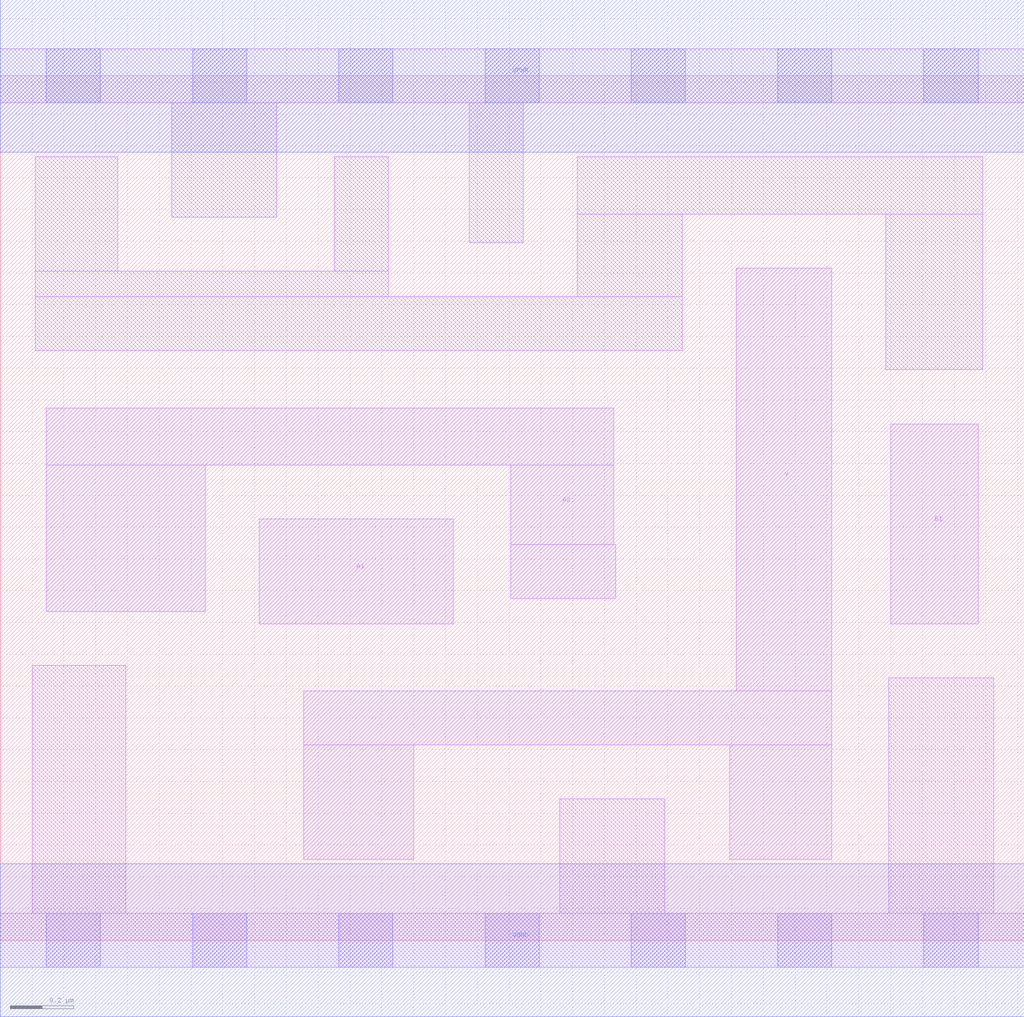
<source format=lef>
# Copyright 2020 The SkyWater PDK Authors
#
# Licensed under the Apache License, Version 2.0 (the "License");
# you may not use this file except in compliance with the License.
# You may obtain a copy of the License at
#
#     https://www.apache.org/licenses/LICENSE-2.0
#
# Unless required by applicable law or agreed to in writing, software
# distributed under the License is distributed on an "AS IS" BASIS,
# WITHOUT WARRANTIES OR CONDITIONS OF ANY KIND, either express or implied.
# See the License for the specific language governing permissions and
# limitations under the License.
#
# SPDX-License-Identifier: Apache-2.0

VERSION 5.7 ;
  NOWIREEXTENSIONATPIN ON ;
  DIVIDERCHAR "/" ;
  BUSBITCHARS "[]" ;
UNITS
  DATABASE MICRONS 200 ;
END UNITS
MACRO sky130_fd_sc_hd__a21oi_2
  CLASS CORE ;
  FOREIGN sky130_fd_sc_hd__a21oi_2 ;
  ORIGIN  0.000000  0.000000 ;
  SIZE  3.220000 BY  2.720000 ;
  SYMMETRY X Y R90 ;
  SITE unithd ;
  PIN A1
    ANTENNAGATEAREA  0.495000 ;
    DIRECTION INPUT ;
    USE SIGNAL ;
    PORT
      LAYER li1 ;
        RECT 0.815000 0.995000 1.425000 1.325000 ;
    END
  END A1
  PIN A2
    ANTENNAGATEAREA  0.495000 ;
    DIRECTION INPUT ;
    USE SIGNAL ;
    PORT
      LAYER li1 ;
        RECT 0.145000 1.035000 0.645000 1.495000 ;
        RECT 0.145000 1.495000 1.930000 1.675000 ;
        RECT 1.605000 1.075000 1.935000 1.245000 ;
        RECT 1.605000 1.245000 1.930000 1.495000 ;
    END
  END A2
  PIN B1
    ANTENNAGATEAREA  0.495000 ;
    DIRECTION INPUT ;
    USE SIGNAL ;
    PORT
      LAYER li1 ;
        RECT 2.800000 0.995000 3.075000 1.625000 ;
    END
  END B1
  PIN Y
    ANTENNADIFFAREA  0.627500 ;
    DIRECTION OUTPUT ;
    USE SIGNAL ;
    PORT
      LAYER li1 ;
        RECT 0.955000 0.255000 1.300000 0.615000 ;
        RECT 0.955000 0.615000 2.615000 0.785000 ;
        RECT 2.295000 0.255000 2.615000 0.615000 ;
        RECT 2.315000 0.785000 2.615000 2.115000 ;
    END
  END Y
  PIN VGND
    DIRECTION INOUT ;
    SHAPE ABUTMENT ;
    USE GROUND ;
    PORT
      LAYER met1 ;
        RECT 0.000000 -0.240000 3.220000 0.240000 ;
    END
  END VGND
  PIN VPWR
    DIRECTION INOUT ;
    SHAPE ABUTMENT ;
    USE POWER ;
    PORT
      LAYER met1 ;
        RECT 0.000000 2.480000 3.220000 2.960000 ;
    END
  END VPWR
  OBS
    LAYER li1 ;
      RECT 0.000000 -0.085000 3.220000 0.085000 ;
      RECT 0.000000  2.635000 3.220000 2.805000 ;
      RECT 0.100000  0.085000 0.395000 0.865000 ;
      RECT 0.110000  1.855000 2.145000 2.025000 ;
      RECT 0.110000  2.025000 1.220000 2.105000 ;
      RECT 0.110000  2.105000 0.370000 2.465000 ;
      RECT 0.540000  2.275000 0.870000 2.635000 ;
      RECT 1.050000  2.105000 1.220000 2.465000 ;
      RECT 1.475000  2.195000 1.645000 2.635000 ;
      RECT 1.760000  0.085000 2.090000 0.445000 ;
      RECT 1.815000  2.025000 2.145000 2.285000 ;
      RECT 1.815000  2.285000 3.090000 2.465000 ;
      RECT 2.785000  1.795000 3.090000 2.285000 ;
      RECT 2.795000  0.085000 3.125000 0.825000 ;
    LAYER mcon ;
      RECT 0.145000 -0.085000 0.315000 0.085000 ;
      RECT 0.145000  2.635000 0.315000 2.805000 ;
      RECT 0.605000 -0.085000 0.775000 0.085000 ;
      RECT 0.605000  2.635000 0.775000 2.805000 ;
      RECT 1.065000 -0.085000 1.235000 0.085000 ;
      RECT 1.065000  2.635000 1.235000 2.805000 ;
      RECT 1.525000 -0.085000 1.695000 0.085000 ;
      RECT 1.525000  2.635000 1.695000 2.805000 ;
      RECT 1.985000 -0.085000 2.155000 0.085000 ;
      RECT 1.985000  2.635000 2.155000 2.805000 ;
      RECT 2.445000 -0.085000 2.615000 0.085000 ;
      RECT 2.445000  2.635000 2.615000 2.805000 ;
      RECT 2.905000 -0.085000 3.075000 0.085000 ;
      RECT 2.905000  2.635000 3.075000 2.805000 ;
  END
END sky130_fd_sc_hd__a21oi_2
END LIBRARY

</source>
